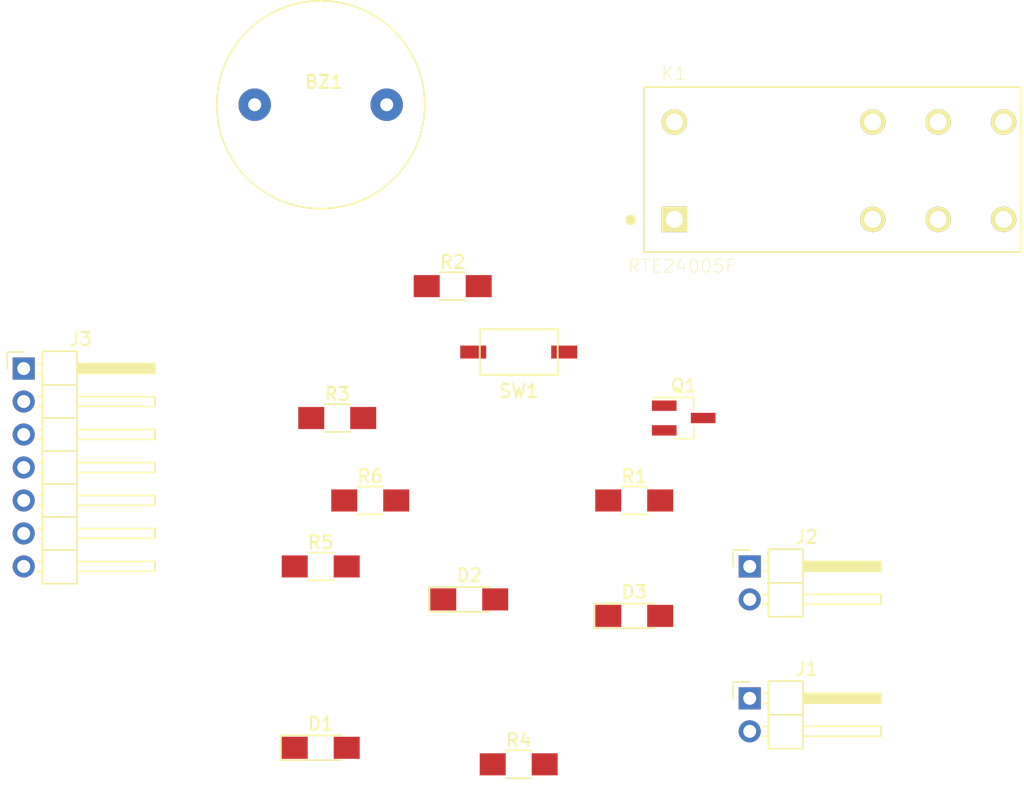
<source format=kicad_pcb>
(kicad_pcb (version 4) (host pcbnew 4.0.7)

  (general
    (links 21)
    (no_connects 21)
    (area 0 0 0 0)
    (thickness 1.6)
    (drawings 0)
    (tracks 0)
    (zones 0)
    (modules 16)
    (nets 24)
  )

  (page A4)
  (layers
    (0 F.Cu signal)
    (31 B.Cu signal)
    (32 B.Adhes user)
    (33 F.Adhes user)
    (34 B.Paste user)
    (35 F.Paste user)
    (36 B.SilkS user)
    (37 F.SilkS user)
    (38 B.Mask user)
    (39 F.Mask user)
    (40 Dwgs.User user)
    (41 Cmts.User user)
    (42 Eco1.User user)
    (43 Eco2.User user)
    (44 Edge.Cuts user)
    (45 Margin user)
    (46 B.CrtYd user)
    (47 F.CrtYd user)
    (48 B.Fab user)
    (49 F.Fab user)
  )

  (setup
    (last_trace_width 0.25)
    (trace_clearance 0.2)
    (zone_clearance 0.508)
    (zone_45_only no)
    (trace_min 0.2)
    (segment_width 0.2)
    (edge_width 0.15)
    (via_size 0.6)
    (via_drill 0.4)
    (via_min_size 0.4)
    (via_min_drill 0.3)
    (uvia_size 0.3)
    (uvia_drill 0.1)
    (uvias_allowed no)
    (uvia_min_size 0.2)
    (uvia_min_drill 0.1)
    (pcb_text_width 0.3)
    (pcb_text_size 1.5 1.5)
    (mod_edge_width 0.15)
    (mod_text_size 1 1)
    (mod_text_width 0.15)
    (pad_size 1.524 1.524)
    (pad_drill 0.762)
    (pad_to_mask_clearance 0.2)
    (aux_axis_origin 0 0)
    (visible_elements FFFFFF7F)
    (pcbplotparams
      (layerselection 0x00030_80000001)
      (usegerberextensions false)
      (excludeedgelayer true)
      (linewidth 0.100000)
      (plotframeref false)
      (viasonmask false)
      (mode 1)
      (useauxorigin false)
      (hpglpennumber 1)
      (hpglpenspeed 20)
      (hpglpendiameter 15)
      (hpglpenoverlay 2)
      (psnegative false)
      (psa4output false)
      (plotreference true)
      (plotvalue true)
      (plotinvisibletext false)
      (padsonsilk false)
      (subtractmaskfromsilk false)
      (outputformat 1)
      (mirror false)
      (drillshape 1)
      (scaleselection 1)
      (outputdirectory ""))
  )

  (net 0 "")
  (net 1 GND)
  (net 2 "Net-(BZ1-Pad1)")
  (net 3 D6)
  (net 4 "Net-(D1-Pad2)")
  (net 5 D2)
  (net 6 "Net-(D2-Pad2)")
  (net 7 D3)
  (net 8 "Net-(D3-Pad2)")
  (net 9 D4)
  (net 10 "Net-(J2-Pad1)")
  (net 11 "Net-(J2-Pad2)")
  (net 12 +3V3)
  (net 13 +5V)
  (net 14 D5)
  (net 15 D7)
  (net 16 "Net-(K1-PadA1)")
  (net 17 "Net-(K1-Pad12)")
  (net 18 "Net-(K1-Pad22)")
  (net 19 "Net-(K1-Pad21)")
  (net 20 "Net-(K1-Pad24)")
  (net 21 "Net-(Q1-Pad2)")
  (net 22 "Net-(R4-Pad1)")
  (net 23 D1)

  (net_class Default "This is the default net class."
    (clearance 0.2)
    (trace_width 0.25)
    (via_dia 0.6)
    (via_drill 0.4)
    (uvia_dia 0.3)
    (uvia_drill 0.1)
    (add_net +3V3)
    (add_net +5V)
    (add_net D1)
    (add_net D2)
    (add_net D3)
    (add_net D4)
    (add_net D5)
    (add_net D6)
    (add_net D7)
    (add_net GND)
    (add_net "Net-(BZ1-Pad1)")
    (add_net "Net-(D1-Pad2)")
    (add_net "Net-(D2-Pad2)")
    (add_net "Net-(D3-Pad2)")
    (add_net "Net-(J2-Pad1)")
    (add_net "Net-(J2-Pad2)")
    (add_net "Net-(K1-Pad12)")
    (add_net "Net-(K1-Pad21)")
    (add_net "Net-(K1-Pad22)")
    (add_net "Net-(K1-Pad24)")
    (add_net "Net-(K1-PadA1)")
    (add_net "Net-(Q1-Pad2)")
    (add_net "Net-(R4-Pad1)")
  )

  (module Buzzers_Beepers:BUZZER (layer F.Cu) (tedit 0) (tstamp 5B1F300E)
    (at 134.62 74.93)
    (path /5B1DC0CD)
    (fp_text reference BZ1 (at 0.24892 -1.75006) (layer F.SilkS)
      (effects (font (size 1 1) (thickness 0.15)))
    )
    (fp_text value Buzzer (at 0 1.50114) (layer F.Fab)
      (effects (font (size 1 1) (thickness 0.15)))
    )
    (fp_circle (center 0 0) (end 8.001 0.24892) (layer F.SilkS) (width 0.12))
    (pad 2 thru_hole circle (at 5.08 0) (size 2.49936 2.49936) (drill 1.00076) (layers *.Cu *.Mask)
      (net 1 GND))
    (pad 1 thru_hole circle (at -5.08 0) (size 2.49936 2.49936) (drill 1.00076) (layers *.Cu *.Mask)
      (net 2 "Net-(BZ1-Pad1)"))
  )

  (module LEDs:LED_1206_HandSoldering (layer F.Cu) (tedit 595FC724) (tstamp 5B1F3014)
    (at 134.62 124.46)
    (descr "LED SMD 1206, hand soldering")
    (tags "LED 1206")
    (path /5B1DBC06)
    (attr smd)
    (fp_text reference D1 (at 0 -1.85) (layer F.SilkS)
      (effects (font (size 1 1) (thickness 0.15)))
    )
    (fp_text value LED_CONFIRM (at 0 1.9) (layer F.Fab)
      (effects (font (size 1 1) (thickness 0.15)))
    )
    (fp_line (start -3.1 -0.95) (end -3.1 0.95) (layer F.SilkS) (width 0.12))
    (fp_line (start -0.4 0) (end 0.2 -0.4) (layer F.Fab) (width 0.1))
    (fp_line (start 0.2 -0.4) (end 0.2 0.4) (layer F.Fab) (width 0.1))
    (fp_line (start 0.2 0.4) (end -0.4 0) (layer F.Fab) (width 0.1))
    (fp_line (start -0.45 -0.4) (end -0.45 0.4) (layer F.Fab) (width 0.1))
    (fp_line (start -1.6 0.8) (end -1.6 -0.8) (layer F.Fab) (width 0.1))
    (fp_line (start 1.6 0.8) (end -1.6 0.8) (layer F.Fab) (width 0.1))
    (fp_line (start 1.6 -0.8) (end 1.6 0.8) (layer F.Fab) (width 0.1))
    (fp_line (start -1.6 -0.8) (end 1.6 -0.8) (layer F.Fab) (width 0.1))
    (fp_line (start -3.1 0.95) (end 1.6 0.95) (layer F.SilkS) (width 0.12))
    (fp_line (start -3.1 -0.95) (end 1.6 -0.95) (layer F.SilkS) (width 0.12))
    (fp_line (start -3.25 -1.11) (end 3.25 -1.11) (layer F.CrtYd) (width 0.05))
    (fp_line (start -3.25 -1.11) (end -3.25 1.1) (layer F.CrtYd) (width 0.05))
    (fp_line (start 3.25 1.1) (end 3.25 -1.11) (layer F.CrtYd) (width 0.05))
    (fp_line (start 3.25 1.1) (end -3.25 1.1) (layer F.CrtYd) (width 0.05))
    (pad 1 smd rect (at -2 0) (size 2 1.7) (layers F.Cu F.Paste F.Mask)
      (net 3 D6))
    (pad 2 smd rect (at 2 0) (size 2 1.7) (layers F.Cu F.Paste F.Mask)
      (net 4 "Net-(D1-Pad2)"))
    (model ${KISYS3DMOD}/LEDs.3dshapes/LED_1206.wrl
      (at (xyz 0 0 0))
      (scale (xyz 1 1 1))
      (rotate (xyz 0 0 180))
    )
  )

  (module LEDs:LED_1206_HandSoldering (layer F.Cu) (tedit 595FC724) (tstamp 5B1F301A)
    (at 146.05 113.03)
    (descr "LED SMD 1206, hand soldering")
    (tags "LED 1206")
    (path /5B1DBB01)
    (attr smd)
    (fp_text reference D2 (at 0 -1.85) (layer F.SilkS)
      (effects (font (size 1 1) (thickness 0.15)))
    )
    (fp_text value LED_REJECT (at 0 1.9) (layer F.Fab)
      (effects (font (size 1 1) (thickness 0.15)))
    )
    (fp_line (start -3.1 -0.95) (end -3.1 0.95) (layer F.SilkS) (width 0.12))
    (fp_line (start -0.4 0) (end 0.2 -0.4) (layer F.Fab) (width 0.1))
    (fp_line (start 0.2 -0.4) (end 0.2 0.4) (layer F.Fab) (width 0.1))
    (fp_line (start 0.2 0.4) (end -0.4 0) (layer F.Fab) (width 0.1))
    (fp_line (start -0.45 -0.4) (end -0.45 0.4) (layer F.Fab) (width 0.1))
    (fp_line (start -1.6 0.8) (end -1.6 -0.8) (layer F.Fab) (width 0.1))
    (fp_line (start 1.6 0.8) (end -1.6 0.8) (layer F.Fab) (width 0.1))
    (fp_line (start 1.6 -0.8) (end 1.6 0.8) (layer F.Fab) (width 0.1))
    (fp_line (start -1.6 -0.8) (end 1.6 -0.8) (layer F.Fab) (width 0.1))
    (fp_line (start -3.1 0.95) (end 1.6 0.95) (layer F.SilkS) (width 0.12))
    (fp_line (start -3.1 -0.95) (end 1.6 -0.95) (layer F.SilkS) (width 0.12))
    (fp_line (start -3.25 -1.11) (end 3.25 -1.11) (layer F.CrtYd) (width 0.05))
    (fp_line (start -3.25 -1.11) (end -3.25 1.1) (layer F.CrtYd) (width 0.05))
    (fp_line (start 3.25 1.1) (end 3.25 -1.11) (layer F.CrtYd) (width 0.05))
    (fp_line (start 3.25 1.1) (end -3.25 1.1) (layer F.CrtYd) (width 0.05))
    (pad 1 smd rect (at -2 0) (size 2 1.7) (layers F.Cu F.Paste F.Mask)
      (net 5 D2))
    (pad 2 smd rect (at 2 0) (size 2 1.7) (layers F.Cu F.Paste F.Mask)
      (net 6 "Net-(D2-Pad2)"))
    (model ${KISYS3DMOD}/LEDs.3dshapes/LED_1206.wrl
      (at (xyz 0 0 0))
      (scale (xyz 1 1 1))
      (rotate (xyz 0 0 180))
    )
  )

  (module LEDs:LED_1206_HandSoldering (layer F.Cu) (tedit 595FC724) (tstamp 5B1F3020)
    (at 158.75 114.3)
    (descr "LED SMD 1206, hand soldering")
    (tags "LED 1206")
    (path /5B1DBBEB)
    (attr smd)
    (fp_text reference D3 (at 0 -1.85) (layer F.SilkS)
      (effects (font (size 1 1) (thickness 0.15)))
    )
    (fp_text value LED_WIFI (at 0 1.9) (layer F.Fab)
      (effects (font (size 1 1) (thickness 0.15)))
    )
    (fp_line (start -3.1 -0.95) (end -3.1 0.95) (layer F.SilkS) (width 0.12))
    (fp_line (start -0.4 0) (end 0.2 -0.4) (layer F.Fab) (width 0.1))
    (fp_line (start 0.2 -0.4) (end 0.2 0.4) (layer F.Fab) (width 0.1))
    (fp_line (start 0.2 0.4) (end -0.4 0) (layer F.Fab) (width 0.1))
    (fp_line (start -0.45 -0.4) (end -0.45 0.4) (layer F.Fab) (width 0.1))
    (fp_line (start -1.6 0.8) (end -1.6 -0.8) (layer F.Fab) (width 0.1))
    (fp_line (start 1.6 0.8) (end -1.6 0.8) (layer F.Fab) (width 0.1))
    (fp_line (start 1.6 -0.8) (end 1.6 0.8) (layer F.Fab) (width 0.1))
    (fp_line (start -1.6 -0.8) (end 1.6 -0.8) (layer F.Fab) (width 0.1))
    (fp_line (start -3.1 0.95) (end 1.6 0.95) (layer F.SilkS) (width 0.12))
    (fp_line (start -3.1 -0.95) (end 1.6 -0.95) (layer F.SilkS) (width 0.12))
    (fp_line (start -3.25 -1.11) (end 3.25 -1.11) (layer F.CrtYd) (width 0.05))
    (fp_line (start -3.25 -1.11) (end -3.25 1.1) (layer F.CrtYd) (width 0.05))
    (fp_line (start 3.25 1.1) (end 3.25 -1.11) (layer F.CrtYd) (width 0.05))
    (fp_line (start 3.25 1.1) (end -3.25 1.1) (layer F.CrtYd) (width 0.05))
    (pad 1 smd rect (at -2 0) (size 2 1.7) (layers F.Cu F.Paste F.Mask)
      (net 7 D3))
    (pad 2 smd rect (at 2 0) (size 2 1.7) (layers F.Cu F.Paste F.Mask)
      (net 8 "Net-(D3-Pad2)"))
    (model ${KISYS3DMOD}/LEDs.3dshapes/LED_1206.wrl
      (at (xyz 0 0 0))
      (scale (xyz 1 1 1))
      (rotate (xyz 0 0 180))
    )
  )

  (module Pin_Headers:Pin_Header_Angled_1x02_Pitch2.54mm (layer F.Cu) (tedit 59650532) (tstamp 5B1F3026)
    (at 167.64 120.65)
    (descr "Through hole angled pin header, 1x02, 2.54mm pitch, 6mm pin length, single row")
    (tags "Through hole angled pin header THT 1x02 2.54mm single row")
    (path /5B1DDD86)
    (fp_text reference J1 (at 4.385 -2.27) (layer F.SilkS)
      (effects (font (size 1 1) (thickness 0.15)))
    )
    (fp_text value C_DOOR (at 4.385 4.81) (layer F.Fab)
      (effects (font (size 1 1) (thickness 0.15)))
    )
    (fp_line (start 2.135 -1.27) (end 4.04 -1.27) (layer F.Fab) (width 0.1))
    (fp_line (start 4.04 -1.27) (end 4.04 3.81) (layer F.Fab) (width 0.1))
    (fp_line (start 4.04 3.81) (end 1.5 3.81) (layer F.Fab) (width 0.1))
    (fp_line (start 1.5 3.81) (end 1.5 -0.635) (layer F.Fab) (width 0.1))
    (fp_line (start 1.5 -0.635) (end 2.135 -1.27) (layer F.Fab) (width 0.1))
    (fp_line (start -0.32 -0.32) (end 1.5 -0.32) (layer F.Fab) (width 0.1))
    (fp_line (start -0.32 -0.32) (end -0.32 0.32) (layer F.Fab) (width 0.1))
    (fp_line (start -0.32 0.32) (end 1.5 0.32) (layer F.Fab) (width 0.1))
    (fp_line (start 4.04 -0.32) (end 10.04 -0.32) (layer F.Fab) (width 0.1))
    (fp_line (start 10.04 -0.32) (end 10.04 0.32) (layer F.Fab) (width 0.1))
    (fp_line (start 4.04 0.32) (end 10.04 0.32) (layer F.Fab) (width 0.1))
    (fp_line (start -0.32 2.22) (end 1.5 2.22) (layer F.Fab) (width 0.1))
    (fp_line (start -0.32 2.22) (end -0.32 2.86) (layer F.Fab) (width 0.1))
    (fp_line (start -0.32 2.86) (end 1.5 2.86) (layer F.Fab) (width 0.1))
    (fp_line (start 4.04 2.22) (end 10.04 2.22) (layer F.Fab) (width 0.1))
    (fp_line (start 10.04 2.22) (end 10.04 2.86) (layer F.Fab) (width 0.1))
    (fp_line (start 4.04 2.86) (end 10.04 2.86) (layer F.Fab) (width 0.1))
    (fp_line (start 1.44 -1.33) (end 1.44 3.87) (layer F.SilkS) (width 0.12))
    (fp_line (start 1.44 3.87) (end 4.1 3.87) (layer F.SilkS) (width 0.12))
    (fp_line (start 4.1 3.87) (end 4.1 -1.33) (layer F.SilkS) (width 0.12))
    (fp_line (start 4.1 -1.33) (end 1.44 -1.33) (layer F.SilkS) (width 0.12))
    (fp_line (start 4.1 -0.38) (end 10.1 -0.38) (layer F.SilkS) (width 0.12))
    (fp_line (start 10.1 -0.38) (end 10.1 0.38) (layer F.SilkS) (width 0.12))
    (fp_line (start 10.1 0.38) (end 4.1 0.38) (layer F.SilkS) (width 0.12))
    (fp_line (start 4.1 -0.32) (end 10.1 -0.32) (layer F.SilkS) (width 0.12))
    (fp_line (start 4.1 -0.2) (end 10.1 -0.2) (layer F.SilkS) (width 0.12))
    (fp_line (start 4.1 -0.08) (end 10.1 -0.08) (layer F.SilkS) (width 0.12))
    (fp_line (start 4.1 0.04) (end 10.1 0.04) (layer F.SilkS) (width 0.12))
    (fp_line (start 4.1 0.16) (end 10.1 0.16) (layer F.SilkS) (width 0.12))
    (fp_line (start 4.1 0.28) (end 10.1 0.28) (layer F.SilkS) (width 0.12))
    (fp_line (start 1.11 -0.38) (end 1.44 -0.38) (layer F.SilkS) (width 0.12))
    (fp_line (start 1.11 0.38) (end 1.44 0.38) (layer F.SilkS) (width 0.12))
    (fp_line (start 1.44 1.27) (end 4.1 1.27) (layer F.SilkS) (width 0.12))
    (fp_line (start 4.1 2.16) (end 10.1 2.16) (layer F.SilkS) (width 0.12))
    (fp_line (start 10.1 2.16) (end 10.1 2.92) (layer F.SilkS) (width 0.12))
    (fp_line (start 10.1 2.92) (end 4.1 2.92) (layer F.SilkS) (width 0.12))
    (fp_line (start 1.042929 2.16) (end 1.44 2.16) (layer F.SilkS) (width 0.12))
    (fp_line (start 1.042929 2.92) (end 1.44 2.92) (layer F.SilkS) (width 0.12))
    (fp_line (start -1.27 0) (end -1.27 -1.27) (layer F.SilkS) (width 0.12))
    (fp_line (start -1.27 -1.27) (end 0 -1.27) (layer F.SilkS) (width 0.12))
    (fp_line (start -1.8 -1.8) (end -1.8 4.35) (layer F.CrtYd) (width 0.05))
    (fp_line (start -1.8 4.35) (end 10.55 4.35) (layer F.CrtYd) (width 0.05))
    (fp_line (start 10.55 4.35) (end 10.55 -1.8) (layer F.CrtYd) (width 0.05))
    (fp_line (start 10.55 -1.8) (end -1.8 -1.8) (layer F.CrtYd) (width 0.05))
    (fp_text user %R (at 2.77 1.27 90) (layer F.Fab)
      (effects (font (size 1 1) (thickness 0.15)))
    )
    (pad 1 thru_hole rect (at 0 0) (size 1.7 1.7) (drill 1) (layers *.Cu *.Mask)
      (net 9 D4))
    (pad 2 thru_hole oval (at 0 2.54) (size 1.7 1.7) (drill 1) (layers *.Cu *.Mask)
      (net 1 GND))
    (model ${KISYS3DMOD}/Pin_Headers.3dshapes/Pin_Header_Angled_1x02_Pitch2.54mm.wrl
      (at (xyz 0 0 0))
      (scale (xyz 1 1 1))
      (rotate (xyz 0 0 0))
    )
  )

  (module Pin_Headers:Pin_Header_Angled_1x02_Pitch2.54mm (layer F.Cu) (tedit 59650532) (tstamp 5B1F302C)
    (at 167.64 110.49)
    (descr "Through hole angled pin header, 1x02, 2.54mm pitch, 6mm pin length, single row")
    (tags "Through hole angled pin header THT 1x02 2.54mm single row")
    (path /5B1DC77D)
    (fp_text reference J2 (at 4.385 -2.27) (layer F.SilkS)
      (effects (font (size 1 1) (thickness 0.15)))
    )
    (fp_text value C_STRIKE (at 4.385 4.81) (layer F.Fab)
      (effects (font (size 1 1) (thickness 0.15)))
    )
    (fp_line (start 2.135 -1.27) (end 4.04 -1.27) (layer F.Fab) (width 0.1))
    (fp_line (start 4.04 -1.27) (end 4.04 3.81) (layer F.Fab) (width 0.1))
    (fp_line (start 4.04 3.81) (end 1.5 3.81) (layer F.Fab) (width 0.1))
    (fp_line (start 1.5 3.81) (end 1.5 -0.635) (layer F.Fab) (width 0.1))
    (fp_line (start 1.5 -0.635) (end 2.135 -1.27) (layer F.Fab) (width 0.1))
    (fp_line (start -0.32 -0.32) (end 1.5 -0.32) (layer F.Fab) (width 0.1))
    (fp_line (start -0.32 -0.32) (end -0.32 0.32) (layer F.Fab) (width 0.1))
    (fp_line (start -0.32 0.32) (end 1.5 0.32) (layer F.Fab) (width 0.1))
    (fp_line (start 4.04 -0.32) (end 10.04 -0.32) (layer F.Fab) (width 0.1))
    (fp_line (start 10.04 -0.32) (end 10.04 0.32) (layer F.Fab) (width 0.1))
    (fp_line (start 4.04 0.32) (end 10.04 0.32) (layer F.Fab) (width 0.1))
    (fp_line (start -0.32 2.22) (end 1.5 2.22) (layer F.Fab) (width 0.1))
    (fp_line (start -0.32 2.22) (end -0.32 2.86) (layer F.Fab) (width 0.1))
    (fp_line (start -0.32 2.86) (end 1.5 2.86) (layer F.Fab) (width 0.1))
    (fp_line (start 4.04 2.22) (end 10.04 2.22) (layer F.Fab) (width 0.1))
    (fp_line (start 10.04 2.22) (end 10.04 2.86) (layer F.Fab) (width 0.1))
    (fp_line (start 4.04 2.86) (end 10.04 2.86) (layer F.Fab) (width 0.1))
    (fp_line (start 1.44 -1.33) (end 1.44 3.87) (layer F.SilkS) (width 0.12))
    (fp_line (start 1.44 3.87) (end 4.1 3.87) (layer F.SilkS) (width 0.12))
    (fp_line (start 4.1 3.87) (end 4.1 -1.33) (layer F.SilkS) (width 0.12))
    (fp_line (start 4.1 -1.33) (end 1.44 -1.33) (layer F.SilkS) (width 0.12))
    (fp_line (start 4.1 -0.38) (end 10.1 -0.38) (layer F.SilkS) (width 0.12))
    (fp_line (start 10.1 -0.38) (end 10.1 0.38) (layer F.SilkS) (width 0.12))
    (fp_line (start 10.1 0.38) (end 4.1 0.38) (layer F.SilkS) (width 0.12))
    (fp_line (start 4.1 -0.32) (end 10.1 -0.32) (layer F.SilkS) (width 0.12))
    (fp_line (start 4.1 -0.2) (end 10.1 -0.2) (layer F.SilkS) (width 0.12))
    (fp_line (start 4.1 -0.08) (end 10.1 -0.08) (layer F.SilkS) (width 0.12))
    (fp_line (start 4.1 0.04) (end 10.1 0.04) (layer F.SilkS) (width 0.12))
    (fp_line (start 4.1 0.16) (end 10.1 0.16) (layer F.SilkS) (width 0.12))
    (fp_line (start 4.1 0.28) (end 10.1 0.28) (layer F.SilkS) (width 0.12))
    (fp_line (start 1.11 -0.38) (end 1.44 -0.38) (layer F.SilkS) (width 0.12))
    (fp_line (start 1.11 0.38) (end 1.44 0.38) (layer F.SilkS) (width 0.12))
    (fp_line (start 1.44 1.27) (end 4.1 1.27) (layer F.SilkS) (width 0.12))
    (fp_line (start 4.1 2.16) (end 10.1 2.16) (layer F.SilkS) (width 0.12))
    (fp_line (start 10.1 2.16) (end 10.1 2.92) (layer F.SilkS) (width 0.12))
    (fp_line (start 10.1 2.92) (end 4.1 2.92) (layer F.SilkS) (width 0.12))
    (fp_line (start 1.042929 2.16) (end 1.44 2.16) (layer F.SilkS) (width 0.12))
    (fp_line (start 1.042929 2.92) (end 1.44 2.92) (layer F.SilkS) (width 0.12))
    (fp_line (start -1.27 0) (end -1.27 -1.27) (layer F.SilkS) (width 0.12))
    (fp_line (start -1.27 -1.27) (end 0 -1.27) (layer F.SilkS) (width 0.12))
    (fp_line (start -1.8 -1.8) (end -1.8 4.35) (layer F.CrtYd) (width 0.05))
    (fp_line (start -1.8 4.35) (end 10.55 4.35) (layer F.CrtYd) (width 0.05))
    (fp_line (start 10.55 4.35) (end 10.55 -1.8) (layer F.CrtYd) (width 0.05))
    (fp_line (start 10.55 -1.8) (end -1.8 -1.8) (layer F.CrtYd) (width 0.05))
    (fp_text user %R (at 2.77 1.27 90) (layer F.Fab)
      (effects (font (size 1 1) (thickness 0.15)))
    )
    (pad 1 thru_hole rect (at 0 0) (size 1.7 1.7) (drill 1) (layers *.Cu *.Mask)
      (net 10 "Net-(J2-Pad1)"))
    (pad 2 thru_hole oval (at 0 2.54) (size 1.7 1.7) (drill 1) (layers *.Cu *.Mask)
      (net 11 "Net-(J2-Pad2)"))
    (model ${KISYS3DMOD}/Pin_Headers.3dshapes/Pin_Header_Angled_1x02_Pitch2.54mm.wrl
      (at (xyz 0 0 0))
      (scale (xyz 1 1 1))
      (rotate (xyz 0 0 0))
    )
  )

  (module Pin_Headers:Pin_Header_Angled_1x07_Pitch2.54mm (layer F.Cu) (tedit 59650532) (tstamp 5B1F3037)
    (at 111.76 95.25)
    (descr "Through hole angled pin header, 1x07, 2.54mm pitch, 6mm pin length, single row")
    (tags "Through hole angled pin header THT 1x07 2.54mm single row")
    (path /5B1DDFDC)
    (fp_text reference J3 (at 4.385 -2.27) (layer F.SilkS)
      (effects (font (size 1 1) (thickness 0.15)))
    )
    (fp_text value C_READER (at 4.385 17.51) (layer F.Fab)
      (effects (font (size 1 1) (thickness 0.15)))
    )
    (fp_line (start 2.135 -1.27) (end 4.04 -1.27) (layer F.Fab) (width 0.1))
    (fp_line (start 4.04 -1.27) (end 4.04 16.51) (layer F.Fab) (width 0.1))
    (fp_line (start 4.04 16.51) (end 1.5 16.51) (layer F.Fab) (width 0.1))
    (fp_line (start 1.5 16.51) (end 1.5 -0.635) (layer F.Fab) (width 0.1))
    (fp_line (start 1.5 -0.635) (end 2.135 -1.27) (layer F.Fab) (width 0.1))
    (fp_line (start -0.32 -0.32) (end 1.5 -0.32) (layer F.Fab) (width 0.1))
    (fp_line (start -0.32 -0.32) (end -0.32 0.32) (layer F.Fab) (width 0.1))
    (fp_line (start -0.32 0.32) (end 1.5 0.32) (layer F.Fab) (width 0.1))
    (fp_line (start 4.04 -0.32) (end 10.04 -0.32) (layer F.Fab) (width 0.1))
    (fp_line (start 10.04 -0.32) (end 10.04 0.32) (layer F.Fab) (width 0.1))
    (fp_line (start 4.04 0.32) (end 10.04 0.32) (layer F.Fab) (width 0.1))
    (fp_line (start -0.32 2.22) (end 1.5 2.22) (layer F.Fab) (width 0.1))
    (fp_line (start -0.32 2.22) (end -0.32 2.86) (layer F.Fab) (width 0.1))
    (fp_line (start -0.32 2.86) (end 1.5 2.86) (layer F.Fab) (width 0.1))
    (fp_line (start 4.04 2.22) (end 10.04 2.22) (layer F.Fab) (width 0.1))
    (fp_line (start 10.04 2.22) (end 10.04 2.86) (layer F.Fab) (width 0.1))
    (fp_line (start 4.04 2.86) (end 10.04 2.86) (layer F.Fab) (width 0.1))
    (fp_line (start -0.32 4.76) (end 1.5 4.76) (layer F.Fab) (width 0.1))
    (fp_line (start -0.32 4.76) (end -0.32 5.4) (layer F.Fab) (width 0.1))
    (fp_line (start -0.32 5.4) (end 1.5 5.4) (layer F.Fab) (width 0.1))
    (fp_line (start 4.04 4.76) (end 10.04 4.76) (layer F.Fab) (width 0.1))
    (fp_line (start 10.04 4.76) (end 10.04 5.4) (layer F.Fab) (width 0.1))
    (fp_line (start 4.04 5.4) (end 10.04 5.4) (layer F.Fab) (width 0.1))
    (fp_line (start -0.32 7.3) (end 1.5 7.3) (layer F.Fab) (width 0.1))
    (fp_line (start -0.32 7.3) (end -0.32 7.94) (layer F.Fab) (width 0.1))
    (fp_line (start -0.32 7.94) (end 1.5 7.94) (layer F.Fab) (width 0.1))
    (fp_line (start 4.04 7.3) (end 10.04 7.3) (layer F.Fab) (width 0.1))
    (fp_line (start 10.04 7.3) (end 10.04 7.94) (layer F.Fab) (width 0.1))
    (fp_line (start 4.04 7.94) (end 10.04 7.94) (layer F.Fab) (width 0.1))
    (fp_line (start -0.32 9.84) (end 1.5 9.84) (layer F.Fab) (width 0.1))
    (fp_line (start -0.32 9.84) (end -0.32 10.48) (layer F.Fab) (width 0.1))
    (fp_line (start -0.32 10.48) (end 1.5 10.48) (layer F.Fab) (width 0.1))
    (fp_line (start 4.04 9.84) (end 10.04 9.84) (layer F.Fab) (width 0.1))
    (fp_line (start 10.04 9.84) (end 10.04 10.48) (layer F.Fab) (width 0.1))
    (fp_line (start 4.04 10.48) (end 10.04 10.48) (layer F.Fab) (width 0.1))
    (fp_line (start -0.32 12.38) (end 1.5 12.38) (layer F.Fab) (width 0.1))
    (fp_line (start -0.32 12.38) (end -0.32 13.02) (layer F.Fab) (width 0.1))
    (fp_line (start -0.32 13.02) (end 1.5 13.02) (layer F.Fab) (width 0.1))
    (fp_line (start 4.04 12.38) (end 10.04 12.38) (layer F.Fab) (width 0.1))
    (fp_line (start 10.04 12.38) (end 10.04 13.02) (layer F.Fab) (width 0.1))
    (fp_line (start 4.04 13.02) (end 10.04 13.02) (layer F.Fab) (width 0.1))
    (fp_line (start -0.32 14.92) (end 1.5 14.92) (layer F.Fab) (width 0.1))
    (fp_line (start -0.32 14.92) (end -0.32 15.56) (layer F.Fab) (width 0.1))
    (fp_line (start -0.32 15.56) (end 1.5 15.56) (layer F.Fab) (width 0.1))
    (fp_line (start 4.04 14.92) (end 10.04 14.92) (layer F.Fab) (width 0.1))
    (fp_line (start 10.04 14.92) (end 10.04 15.56) (layer F.Fab) (width 0.1))
    (fp_line (start 4.04 15.56) (end 10.04 15.56) (layer F.Fab) (width 0.1))
    (fp_line (start 1.44 -1.33) (end 1.44 16.57) (layer F.SilkS) (width 0.12))
    (fp_line (start 1.44 16.57) (end 4.1 16.57) (layer F.SilkS) (width 0.12))
    (fp_line (start 4.1 16.57) (end 4.1 -1.33) (layer F.SilkS) (width 0.12))
    (fp_line (start 4.1 -1.33) (end 1.44 -1.33) (layer F.SilkS) (width 0.12))
    (fp_line (start 4.1 -0.38) (end 10.1 -0.38) (layer F.SilkS) (width 0.12))
    (fp_line (start 10.1 -0.38) (end 10.1 0.38) (layer F.SilkS) (width 0.12))
    (fp_line (start 10.1 0.38) (end 4.1 0.38) (layer F.SilkS) (width 0.12))
    (fp_line (start 4.1 -0.32) (end 10.1 -0.32) (layer F.SilkS) (width 0.12))
    (fp_line (start 4.1 -0.2) (end 10.1 -0.2) (layer F.SilkS) (width 0.12))
    (fp_line (start 4.1 -0.08) (end 10.1 -0.08) (layer F.SilkS) (width 0.12))
    (fp_line (start 4.1 0.04) (end 10.1 0.04) (layer F.SilkS) (width 0.12))
    (fp_line (start 4.1 0.16) (end 10.1 0.16) (layer F.SilkS) (width 0.12))
    (fp_line (start 4.1 0.28) (end 10.1 0.28) (layer F.SilkS) (width 0.12))
    (fp_line (start 1.11 -0.38) (end 1.44 -0.38) (layer F.SilkS) (width 0.12))
    (fp_line (start 1.11 0.38) (end 1.44 0.38) (layer F.SilkS) (width 0.12))
    (fp_line (start 1.44 1.27) (end 4.1 1.27) (layer F.SilkS) (width 0.12))
    (fp_line (start 4.1 2.16) (end 10.1 2.16) (layer F.SilkS) (width 0.12))
    (fp_line (start 10.1 2.16) (end 10.1 2.92) (layer F.SilkS) (width 0.12))
    (fp_line (start 10.1 2.92) (end 4.1 2.92) (layer F.SilkS) (width 0.12))
    (fp_line (start 1.042929 2.16) (end 1.44 2.16) (layer F.SilkS) (width 0.12))
    (fp_line (start 1.042929 2.92) (end 1.44 2.92) (layer F.SilkS) (width 0.12))
    (fp_line (start 1.44 3.81) (end 4.1 3.81) (layer F.SilkS) (width 0.12))
    (fp_line (start 4.1 4.7) (end 10.1 4.7) (layer F.SilkS) (width 0.12))
    (fp_line (start 10.1 4.7) (end 10.1 5.46) (layer F.SilkS) (width 0.12))
    (fp_line (start 10.1 5.46) (end 4.1 5.46) (layer F.SilkS) (width 0.12))
    (fp_line (start 1.042929 4.7) (end 1.44 4.7) (layer F.SilkS) (width 0.12))
    (fp_line (start 1.042929 5.46) (end 1.44 5.46) (layer F.SilkS) (width 0.12))
    (fp_line (start 1.44 6.35) (end 4.1 6.35) (layer F.SilkS) (width 0.12))
    (fp_line (start 4.1 7.24) (end 10.1 7.24) (layer F.SilkS) (width 0.12))
    (fp_line (start 10.1 7.24) (end 10.1 8) (layer F.SilkS) (width 0.12))
    (fp_line (start 10.1 8) (end 4.1 8) (layer F.SilkS) (width 0.12))
    (fp_line (start 1.042929 7.24) (end 1.44 7.24) (layer F.SilkS) (width 0.12))
    (fp_line (start 1.042929 8) (end 1.44 8) (layer F.SilkS) (width 0.12))
    (fp_line (start 1.44 8.89) (end 4.1 8.89) (layer F.SilkS) (width 0.12))
    (fp_line (start 4.1 9.78) (end 10.1 9.78) (layer F.SilkS) (width 0.12))
    (fp_line (start 10.1 9.78) (end 10.1 10.54) (layer F.SilkS) (width 0.12))
    (fp_line (start 10.1 10.54) (end 4.1 10.54) (layer F.SilkS) (width 0.12))
    (fp_line (start 1.042929 9.78) (end 1.44 9.78) (layer F.SilkS) (width 0.12))
    (fp_line (start 1.042929 10.54) (end 1.44 10.54) (layer F.SilkS) (width 0.12))
    (fp_line (start 1.44 11.43) (end 4.1 11.43) (layer F.SilkS) (width 0.12))
    (fp_line (start 4.1 12.32) (end 10.1 12.32) (layer F.SilkS) (width 0.12))
    (fp_line (start 10.1 12.32) (end 10.1 13.08) (layer F.SilkS) (width 0.12))
    (fp_line (start 10.1 13.08) (end 4.1 13.08) (layer F.SilkS) (width 0.12))
    (fp_line (start 1.042929 12.32) (end 1.44 12.32) (layer F.SilkS) (width 0.12))
    (fp_line (start 1.042929 13.08) (end 1.44 13.08) (layer F.SilkS) (width 0.12))
    (fp_line (start 1.44 13.97) (end 4.1 13.97) (layer F.SilkS) (width 0.12))
    (fp_line (start 4.1 14.86) (end 10.1 14.86) (layer F.SilkS) (width 0.12))
    (fp_line (start 10.1 14.86) (end 10.1 15.62) (layer F.SilkS) (width 0.12))
    (fp_line (start 10.1 15.62) (end 4.1 15.62) (layer F.SilkS) (width 0.12))
    (fp_line (start 1.042929 14.86) (end 1.44 14.86) (layer F.SilkS) (width 0.12))
    (fp_line (start 1.042929 15.62) (end 1.44 15.62) (layer F.SilkS) (width 0.12))
    (fp_line (start -1.27 0) (end -1.27 -1.27) (layer F.SilkS) (width 0.12))
    (fp_line (start -1.27 -1.27) (end 0 -1.27) (layer F.SilkS) (width 0.12))
    (fp_line (start -1.8 -1.8) (end -1.8 17.05) (layer F.CrtYd) (width 0.05))
    (fp_line (start -1.8 17.05) (end 10.55 17.05) (layer F.CrtYd) (width 0.05))
    (fp_line (start 10.55 17.05) (end 10.55 -1.8) (layer F.CrtYd) (width 0.05))
    (fp_line (start 10.55 -1.8) (end -1.8 -1.8) (layer F.CrtYd) (width 0.05))
    (fp_text user %R (at 2.77 7.62 90) (layer F.Fab)
      (effects (font (size 1 1) (thickness 0.15)))
    )
    (pad 1 thru_hole rect (at 0 0) (size 1.7 1.7) (drill 1) (layers *.Cu *.Mask)
      (net 12 +3V3))
    (pad 2 thru_hole oval (at 0 2.54) (size 1.7 1.7) (drill 1) (layers *.Cu *.Mask)
      (net 13 +5V))
    (pad 3 thru_hole oval (at 0 5.08) (size 1.7 1.7) (drill 1) (layers *.Cu *.Mask)
      (net 14 D5))
    (pad 4 thru_hole oval (at 0 7.62) (size 1.7 1.7) (drill 1) (layers *.Cu *.Mask)
      (net 3 D6))
    (pad 5 thru_hole oval (at 0 10.16) (size 1.7 1.7) (drill 1) (layers *.Cu *.Mask)
      (net 5 D2))
    (pad 6 thru_hole oval (at 0 12.7) (size 1.7 1.7) (drill 1) (layers *.Cu *.Mask)
      (net 15 D7))
    (pad 7 thru_hole oval (at 0 15.24) (size 1.7 1.7) (drill 1) (layers *.Cu *.Mask)
      (net 1 GND))
    (model ${KISYS3DMOD}/Pin_Headers.3dshapes/Pin_Header_Angled_1x07_Pitch2.54mm.wrl
      (at (xyz 0 0 0))
      (scale (xyz 1 1 1))
      (rotate (xyz 0 0 0))
    )
  )

  (module RTE24005F:RELAY_RTE24005F (layer F.Cu) (tedit 0) (tstamp 5B1F3043)
    (at 173.99 80.01)
    (path /5B1F1F2A)
    (fp_text reference K1 (at -12.1932 -7.48384) (layer F.SilkS)
      (effects (font (size 1.00522 1.00522) (thickness 0.05)))
    )
    (fp_text value RTE24005F (at -11.5729 7.35454) (layer F.SilkS)
      (effects (font (size 1.00679 1.00679) (thickness 0.05)))
    )
    (fp_circle (center -15.52 3.79) (end -15.32 3.79) (layer F.SilkS) (width 0.4))
    (fp_line (start -14.5 -6.43) (end 14.5 -6.43) (layer Dwgs.User) (width 0.127))
    (fp_line (start 14.5 -6.43) (end 14.5 6.27) (layer Dwgs.User) (width 0.127))
    (fp_line (start 14.5 6.27) (end -14.5 6.27) (layer Dwgs.User) (width 0.127))
    (fp_line (start -14.5 6.27) (end -14.5 -6.43) (layer Dwgs.User) (width 0.127))
    (fp_line (start -14.75 -6.75) (end 14.75 -6.75) (layer Dwgs.User) (width 0.05))
    (fp_line (start 14.75 -6.75) (end 14.75 6.5) (layer Dwgs.User) (width 0.05))
    (fp_line (start 14.75 6.5) (end -14.75 6.5) (layer Dwgs.User) (width 0.05))
    (fp_line (start -14.75 6.5) (end -14.75 -6.75) (layer Dwgs.User) (width 0.05))
    (fp_line (start -14.5 -6.43) (end 14.5 -6.43) (layer F.SilkS) (width 0.127))
    (fp_line (start 14.5 -6.43) (end 14.5 6.27) (layer F.SilkS) (width 0.127))
    (fp_line (start 14.5 6.27) (end -14.5 6.27) (layer F.SilkS) (width 0.127))
    (fp_line (start -14.5 6.27) (end -14.5 -6.43) (layer F.SilkS) (width 0.127))
    (pad A1 thru_hole rect (at -12.15 3.75) (size 1.95 1.95) (drill 1.3) (layers *.Cu *.Mask F.SilkS)
      (net 16 "Net-(K1-PadA1)"))
    (pad A2 thru_hole circle (at -12.15 -3.75) (size 1.95 1.95) (drill 1.3) (layers *.Cu *.Mask F.SilkS)
      (net 1 GND))
    (pad 12 thru_hole circle (at 3.11 3.75) (size 1.95 1.95) (drill 1.3) (layers *.Cu *.Mask F.SilkS)
      (net 17 "Net-(K1-Pad12)"))
    (pad 22 thru_hole circle (at 3.11 -3.75) (size 1.95 1.95) (drill 1.3) (layers *.Cu *.Mask F.SilkS)
      (net 18 "Net-(K1-Pad22)"))
    (pad 11 thru_hole circle (at 8.15 3.75) (size 1.95 1.95) (drill 1.3) (layers *.Cu *.Mask F.SilkS)
      (net 11 "Net-(J2-Pad2)"))
    (pad 21 thru_hole circle (at 8.15 -3.75) (size 1.95 1.95) (drill 1.3) (layers *.Cu *.Mask F.SilkS)
      (net 19 "Net-(K1-Pad21)"))
    (pad 14 thru_hole circle (at 13.19 3.75) (size 1.95 1.95) (drill 1.3) (layers *.Cu *.Mask F.SilkS)
      (net 10 "Net-(J2-Pad1)"))
    (pad 24 thru_hole circle (at 13.19 -3.75) (size 1.95 1.95) (drill 1.3) (layers *.Cu *.Mask F.SilkS)
      (net 20 "Net-(K1-Pad24)"))
  )

  (module TO_SOT_Packages_SMD:SOT-23_Handsoldering (layer F.Cu) (tedit 58CE4E7E) (tstamp 5B1F304A)
    (at 162.56 99.06)
    (descr "SOT-23, Handsoldering")
    (tags SOT-23)
    (path /5B1DC12A)
    (attr smd)
    (fp_text reference Q1 (at 0 -2.5) (layer F.SilkS)
      (effects (font (size 1 1) (thickness 0.15)))
    )
    (fp_text value Q_PNP_CBE (at 0 2.5) (layer F.Fab)
      (effects (font (size 1 1) (thickness 0.15)))
    )
    (fp_text user %R (at 0 0 90) (layer F.Fab)
      (effects (font (size 0.5 0.5) (thickness 0.075)))
    )
    (fp_line (start 0.76 1.58) (end 0.76 0.65) (layer F.SilkS) (width 0.12))
    (fp_line (start 0.76 -1.58) (end 0.76 -0.65) (layer F.SilkS) (width 0.12))
    (fp_line (start -2.7 -1.75) (end 2.7 -1.75) (layer F.CrtYd) (width 0.05))
    (fp_line (start 2.7 -1.75) (end 2.7 1.75) (layer F.CrtYd) (width 0.05))
    (fp_line (start 2.7 1.75) (end -2.7 1.75) (layer F.CrtYd) (width 0.05))
    (fp_line (start -2.7 1.75) (end -2.7 -1.75) (layer F.CrtYd) (width 0.05))
    (fp_line (start 0.76 -1.58) (end -2.4 -1.58) (layer F.SilkS) (width 0.12))
    (fp_line (start -0.7 -0.95) (end -0.7 1.5) (layer F.Fab) (width 0.1))
    (fp_line (start -0.15 -1.52) (end 0.7 -1.52) (layer F.Fab) (width 0.1))
    (fp_line (start -0.7 -0.95) (end -0.15 -1.52) (layer F.Fab) (width 0.1))
    (fp_line (start 0.7 -1.52) (end 0.7 1.52) (layer F.Fab) (width 0.1))
    (fp_line (start -0.7 1.52) (end 0.7 1.52) (layer F.Fab) (width 0.1))
    (fp_line (start 0.76 1.58) (end -0.7 1.58) (layer F.SilkS) (width 0.12))
    (pad 1 smd rect (at -1.5 -0.95) (size 1.9 0.8) (layers F.Cu F.Paste F.Mask)
      (net 12 +3V3))
    (pad 2 smd rect (at -1.5 0.95) (size 1.9 0.8) (layers F.Cu F.Paste F.Mask)
      (net 21 "Net-(Q1-Pad2)"))
    (pad 3 smd rect (at 1.5 0) (size 1.9 0.8) (layers F.Cu F.Paste F.Mask)
      (net 16 "Net-(K1-PadA1)"))
    (model ${KISYS3DMOD}/TO_SOT_Packages_SMD.3dshapes\SOT-23.wrl
      (at (xyz 0 0 0))
      (scale (xyz 1 1 1))
      (rotate (xyz 0 0 0))
    )
  )

  (module Resistors_SMD:R_1206_HandSoldering (layer F.Cu) (tedit 58E0A804) (tstamp 5B1F3050)
    (at 158.75 105.41)
    (descr "Resistor SMD 1206, hand soldering")
    (tags "resistor 1206")
    (path /5B1DBE33)
    (attr smd)
    (fp_text reference R1 (at 0 -1.85) (layer F.SilkS)
      (effects (font (size 1 1) (thickness 0.15)))
    )
    (fp_text value 460 (at 0 1.9) (layer F.Fab)
      (effects (font (size 1 1) (thickness 0.15)))
    )
    (fp_text user %R (at 0 0) (layer F.Fab)
      (effects (font (size 0.7 0.7) (thickness 0.105)))
    )
    (fp_line (start -1.6 0.8) (end -1.6 -0.8) (layer F.Fab) (width 0.1))
    (fp_line (start 1.6 0.8) (end -1.6 0.8) (layer F.Fab) (width 0.1))
    (fp_line (start 1.6 -0.8) (end 1.6 0.8) (layer F.Fab) (width 0.1))
    (fp_line (start -1.6 -0.8) (end 1.6 -0.8) (layer F.Fab) (width 0.1))
    (fp_line (start 1 1.07) (end -1 1.07) (layer F.SilkS) (width 0.12))
    (fp_line (start -1 -1.07) (end 1 -1.07) (layer F.SilkS) (width 0.12))
    (fp_line (start -3.25 -1.11) (end 3.25 -1.11) (layer F.CrtYd) (width 0.05))
    (fp_line (start -3.25 -1.11) (end -3.25 1.1) (layer F.CrtYd) (width 0.05))
    (fp_line (start 3.25 1.1) (end 3.25 -1.11) (layer F.CrtYd) (width 0.05))
    (fp_line (start 3.25 1.1) (end -3.25 1.1) (layer F.CrtYd) (width 0.05))
    (pad 1 smd rect (at -2 0) (size 2 1.7) (layers F.Cu F.Paste F.Mask)
      (net 12 +3V3))
    (pad 2 smd rect (at 2 0) (size 2 1.7) (layers F.Cu F.Paste F.Mask)
      (net 8 "Net-(D3-Pad2)"))
    (model ${KISYS3DMOD}/Resistors_SMD.3dshapes/R_1206.wrl
      (at (xyz 0 0 0))
      (scale (xyz 1 1 1))
      (rotate (xyz 0 0 0))
    )
  )

  (module Resistors_SMD:R_1206_HandSoldering (layer F.Cu) (tedit 58E0A804) (tstamp 5B1F3056)
    (at 144.78 88.9)
    (descr "Resistor SMD 1206, hand soldering")
    (tags "resistor 1206")
    (path /5B1DBDD6)
    (attr smd)
    (fp_text reference R2 (at 0 -1.85) (layer F.SilkS)
      (effects (font (size 1 1) (thickness 0.15)))
    )
    (fp_text value 460 (at 0 1.9) (layer F.Fab)
      (effects (font (size 1 1) (thickness 0.15)))
    )
    (fp_text user %R (at 0 0) (layer F.Fab)
      (effects (font (size 0.7 0.7) (thickness 0.105)))
    )
    (fp_line (start -1.6 0.8) (end -1.6 -0.8) (layer F.Fab) (width 0.1))
    (fp_line (start 1.6 0.8) (end -1.6 0.8) (layer F.Fab) (width 0.1))
    (fp_line (start 1.6 -0.8) (end 1.6 0.8) (layer F.Fab) (width 0.1))
    (fp_line (start -1.6 -0.8) (end 1.6 -0.8) (layer F.Fab) (width 0.1))
    (fp_line (start 1 1.07) (end -1 1.07) (layer F.SilkS) (width 0.12))
    (fp_line (start -1 -1.07) (end 1 -1.07) (layer F.SilkS) (width 0.12))
    (fp_line (start -3.25 -1.11) (end 3.25 -1.11) (layer F.CrtYd) (width 0.05))
    (fp_line (start -3.25 -1.11) (end -3.25 1.1) (layer F.CrtYd) (width 0.05))
    (fp_line (start 3.25 1.1) (end 3.25 -1.11) (layer F.CrtYd) (width 0.05))
    (fp_line (start 3.25 1.1) (end -3.25 1.1) (layer F.CrtYd) (width 0.05))
    (pad 1 smd rect (at -2 0) (size 2 1.7) (layers F.Cu F.Paste F.Mask)
      (net 12 +3V3))
    (pad 2 smd rect (at 2 0) (size 2 1.7) (layers F.Cu F.Paste F.Mask)
      (net 6 "Net-(D2-Pad2)"))
    (model ${KISYS3DMOD}/Resistors_SMD.3dshapes/R_1206.wrl
      (at (xyz 0 0 0))
      (scale (xyz 1 1 1))
      (rotate (xyz 0 0 0))
    )
  )

  (module Resistors_SMD:R_1206_HandSoldering (layer F.Cu) (tedit 58E0A804) (tstamp 5B1F305C)
    (at 135.89 99.06)
    (descr "Resistor SMD 1206, hand soldering")
    (tags "resistor 1206")
    (path /5B1DBCC5)
    (attr smd)
    (fp_text reference R3 (at 0 -1.85) (layer F.SilkS)
      (effects (font (size 1 1) (thickness 0.15)))
    )
    (fp_text value 460 (at 0 1.9) (layer F.Fab)
      (effects (font (size 1 1) (thickness 0.15)))
    )
    (fp_text user %R (at 0 0) (layer F.Fab)
      (effects (font (size 0.7 0.7) (thickness 0.105)))
    )
    (fp_line (start -1.6 0.8) (end -1.6 -0.8) (layer F.Fab) (width 0.1))
    (fp_line (start 1.6 0.8) (end -1.6 0.8) (layer F.Fab) (width 0.1))
    (fp_line (start 1.6 -0.8) (end 1.6 0.8) (layer F.Fab) (width 0.1))
    (fp_line (start -1.6 -0.8) (end 1.6 -0.8) (layer F.Fab) (width 0.1))
    (fp_line (start 1 1.07) (end -1 1.07) (layer F.SilkS) (width 0.12))
    (fp_line (start -1 -1.07) (end 1 -1.07) (layer F.SilkS) (width 0.12))
    (fp_line (start -3.25 -1.11) (end 3.25 -1.11) (layer F.CrtYd) (width 0.05))
    (fp_line (start -3.25 -1.11) (end -3.25 1.1) (layer F.CrtYd) (width 0.05))
    (fp_line (start 3.25 1.1) (end 3.25 -1.11) (layer F.CrtYd) (width 0.05))
    (fp_line (start 3.25 1.1) (end -3.25 1.1) (layer F.CrtYd) (width 0.05))
    (pad 1 smd rect (at -2 0) (size 2 1.7) (layers F.Cu F.Paste F.Mask)
      (net 12 +3V3))
    (pad 2 smd rect (at 2 0) (size 2 1.7) (layers F.Cu F.Paste F.Mask)
      (net 4 "Net-(D1-Pad2)"))
    (model ${KISYS3DMOD}/Resistors_SMD.3dshapes/R_1206.wrl
      (at (xyz 0 0 0))
      (scale (xyz 1 1 1))
      (rotate (xyz 0 0 0))
    )
  )

  (module Resistors_SMD:R_1206_HandSoldering (layer F.Cu) (tedit 58E0A804) (tstamp 5B1F3062)
    (at 149.86 125.73)
    (descr "Resistor SMD 1206, hand soldering")
    (tags "resistor 1206")
    (path /5B1DD76B)
    (attr smd)
    (fp_text reference R4 (at 0 -1.85) (layer F.SilkS)
      (effects (font (size 1 1) (thickness 0.15)))
    )
    (fp_text value 1k (at 0 1.9) (layer F.Fab)
      (effects (font (size 1 1) (thickness 0.15)))
    )
    (fp_text user %R (at 0 0) (layer F.Fab)
      (effects (font (size 0.7 0.7) (thickness 0.105)))
    )
    (fp_line (start -1.6 0.8) (end -1.6 -0.8) (layer F.Fab) (width 0.1))
    (fp_line (start 1.6 0.8) (end -1.6 0.8) (layer F.Fab) (width 0.1))
    (fp_line (start 1.6 -0.8) (end 1.6 0.8) (layer F.Fab) (width 0.1))
    (fp_line (start -1.6 -0.8) (end 1.6 -0.8) (layer F.Fab) (width 0.1))
    (fp_line (start 1 1.07) (end -1 1.07) (layer F.SilkS) (width 0.12))
    (fp_line (start -1 -1.07) (end 1 -1.07) (layer F.SilkS) (width 0.12))
    (fp_line (start -3.25 -1.11) (end 3.25 -1.11) (layer F.CrtYd) (width 0.05))
    (fp_line (start -3.25 -1.11) (end -3.25 1.1) (layer F.CrtYd) (width 0.05))
    (fp_line (start 3.25 1.1) (end 3.25 -1.11) (layer F.CrtYd) (width 0.05))
    (fp_line (start 3.25 1.1) (end -3.25 1.1) (layer F.CrtYd) (width 0.05))
    (pad 1 smd rect (at -2 0) (size 2 1.7) (layers F.Cu F.Paste F.Mask)
      (net 22 "Net-(R4-Pad1)"))
    (pad 2 smd rect (at 2 0) (size 2 1.7) (layers F.Cu F.Paste F.Mask)
      (net 1 GND))
    (model ${KISYS3DMOD}/Resistors_SMD.3dshapes/R_1206.wrl
      (at (xyz 0 0 0))
      (scale (xyz 1 1 1))
      (rotate (xyz 0 0 0))
    )
  )

  (module Resistors_SMD:R_1206_HandSoldering (layer F.Cu) (tedit 58E0A804) (tstamp 5B1F3068)
    (at 134.62 110.49)
    (descr "Resistor SMD 1206, hand soldering")
    (tags "resistor 1206")
    (path /5B1DBF29)
    (attr smd)
    (fp_text reference R5 (at 0 -1.85) (layer F.SilkS)
      (effects (font (size 1 1) (thickness 0.15)))
    )
    (fp_text value 1k (at 0 1.9) (layer F.Fab)
      (effects (font (size 1 1) (thickness 0.15)))
    )
    (fp_text user %R (at 0 0) (layer F.Fab)
      (effects (font (size 0.7 0.7) (thickness 0.105)))
    )
    (fp_line (start -1.6 0.8) (end -1.6 -0.8) (layer F.Fab) (width 0.1))
    (fp_line (start 1.6 0.8) (end -1.6 0.8) (layer F.Fab) (width 0.1))
    (fp_line (start 1.6 -0.8) (end 1.6 0.8) (layer F.Fab) (width 0.1))
    (fp_line (start -1.6 -0.8) (end 1.6 -0.8) (layer F.Fab) (width 0.1))
    (fp_line (start 1 1.07) (end -1 1.07) (layer F.SilkS) (width 0.12))
    (fp_line (start -1 -1.07) (end 1 -1.07) (layer F.SilkS) (width 0.12))
    (fp_line (start -3.25 -1.11) (end 3.25 -1.11) (layer F.CrtYd) (width 0.05))
    (fp_line (start -3.25 -1.11) (end -3.25 1.1) (layer F.CrtYd) (width 0.05))
    (fp_line (start 3.25 1.1) (end 3.25 -1.11) (layer F.CrtYd) (width 0.05))
    (fp_line (start 3.25 1.1) (end -3.25 1.1) (layer F.CrtYd) (width 0.05))
    (pad 1 smd rect (at -2 0) (size 2 1.7) (layers F.Cu F.Paste F.Mask)
      (net 2 "Net-(BZ1-Pad1)"))
    (pad 2 smd rect (at 2 0) (size 2 1.7) (layers F.Cu F.Paste F.Mask)
      (net 14 D5))
    (model ${KISYS3DMOD}/Resistors_SMD.3dshapes/R_1206.wrl
      (at (xyz 0 0 0))
      (scale (xyz 1 1 1))
      (rotate (xyz 0 0 0))
    )
  )

  (module Resistors_SMD:R_1206_HandSoldering (layer F.Cu) (tedit 58E0A804) (tstamp 5B1F306E)
    (at 138.43 105.41)
    (descr "Resistor SMD 1206, hand soldering")
    (tags "resistor 1206")
    (path /5B1DBFC4)
    (attr smd)
    (fp_text reference R6 (at 0 -1.85) (layer F.SilkS)
      (effects (font (size 1 1) (thickness 0.15)))
    )
    (fp_text value R (at 0 1.9) (layer F.Fab)
      (effects (font (size 1 1) (thickness 0.15)))
    )
    (fp_text user %R (at 0 0) (layer F.Fab)
      (effects (font (size 0.7 0.7) (thickness 0.105)))
    )
    (fp_line (start -1.6 0.8) (end -1.6 -0.8) (layer F.Fab) (width 0.1))
    (fp_line (start 1.6 0.8) (end -1.6 0.8) (layer F.Fab) (width 0.1))
    (fp_line (start 1.6 -0.8) (end 1.6 0.8) (layer F.Fab) (width 0.1))
    (fp_line (start -1.6 -0.8) (end 1.6 -0.8) (layer F.Fab) (width 0.1))
    (fp_line (start 1 1.07) (end -1 1.07) (layer F.SilkS) (width 0.12))
    (fp_line (start -1 -1.07) (end 1 -1.07) (layer F.SilkS) (width 0.12))
    (fp_line (start -3.25 -1.11) (end 3.25 -1.11) (layer F.CrtYd) (width 0.05))
    (fp_line (start -3.25 -1.11) (end -3.25 1.1) (layer F.CrtYd) (width 0.05))
    (fp_line (start 3.25 1.1) (end 3.25 -1.11) (layer F.CrtYd) (width 0.05))
    (fp_line (start 3.25 1.1) (end -3.25 1.1) (layer F.CrtYd) (width 0.05))
    (pad 1 smd rect (at -2 0) (size 2 1.7) (layers F.Cu F.Paste F.Mask)
      (net 21 "Net-(Q1-Pad2)"))
    (pad 2 smd rect (at 2 0) (size 2 1.7) (layers F.Cu F.Paste F.Mask)
      (net 3 D6))
    (model ${KISYS3DMOD}/Resistors_SMD.3dshapes/R_1206.wrl
      (at (xyz 0 0 0))
      (scale (xyz 1 1 1))
      (rotate (xyz 0 0 0))
    )
  )

  (module button_smd_2_pin:button_smd_2_pin (layer F.Cu) (tedit 5B1F2D74) (tstamp 5B1F3079)
    (at 149.86 93.98)
    (descr "2 pin smd tactile switch")
    (tags "switch smd button")
    (path /5B1DD648)
    (fp_text reference SW1 (at 0 3) (layer F.SilkS)
      (effects (font (size 1 1) (thickness 0.15)))
    )
    (fp_text value SW_RESET (at 0 -3) (layer F.Fab)
      (effects (font (size 1 1) (thickness 0.15)))
    )
    (fp_line (start 0 1.75) (end 3 1.75) (layer F.SilkS) (width 0.15))
    (fp_line (start 3 1.75) (end 3 -1.75) (layer F.SilkS) (width 0.15))
    (fp_line (start 3 -1.75) (end -3 -1.75) (layer F.SilkS) (width 0.15))
    (fp_line (start -3 -1.75) (end -3 1.75) (layer F.SilkS) (width 0.15))
    (fp_line (start -3 1.75) (end 0 1.75) (layer F.SilkS) (width 0.15))
    (pad 2 smd rect (at 3 0) (size 2 1) (drill (offset 0.5 0)) (layers F.Cu F.Paste F.Mask)
      (net 23 D1))
    (pad 1 smd rect (at -3 0) (size 2 1) (drill (offset -0.5 0)) (layers F.Cu F.Paste F.Mask)
      (net 22 "Net-(R4-Pad1)"))
  )

)

</source>
